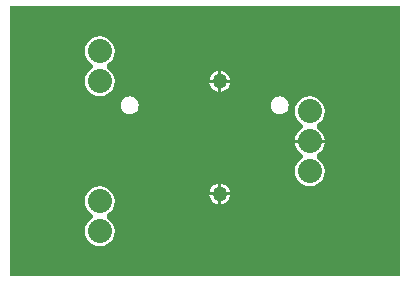
<source format=gbl>
G04*
G04 #@! TF.GenerationSoftware,Altium Limited,Altium Designer,24.9.1 (31)*
G04*
G04 Layer_Physical_Order=2*
G04 Layer_Color=16711680*
%FSLAX44Y44*%
%MOMM*%
G71*
G04*
G04 #@! TF.SameCoordinates,5B22F005-A4A7-469E-9016-A4F700693913*
G04*
G04*
G04 #@! TF.FilePolarity,Positive*
G04*
G01*
G75*
%ADD18C,2.0320*%
%ADD19C,1.2700*%
G36*
X330200D02*
X0D01*
Y228600D01*
X330200D01*
Y0D01*
D02*
G37*
%LPC*%
G36*
X179070Y173899D02*
Y166370D01*
X186600D01*
X186461Y167421D01*
X185565Y169583D01*
X184140Y171440D01*
X182283Y172865D01*
X180121Y173761D01*
X179070Y173899D01*
D02*
G37*
G36*
X176530D02*
X175479Y173761D01*
X173317Y172865D01*
X171460Y171440D01*
X170035Y169583D01*
X169139Y167421D01*
X169000Y166370D01*
X176530D01*
Y173899D01*
D02*
G37*
G36*
X186600Y163830D02*
X179070D01*
Y156300D01*
X180121Y156439D01*
X182283Y157335D01*
X184140Y158760D01*
X185565Y160617D01*
X186461Y162779D01*
X186600Y163830D01*
D02*
G37*
G36*
X176530D02*
X169000D01*
X169139Y162779D01*
X170035Y160617D01*
X171460Y158760D01*
X173317Y157335D01*
X175479Y156439D01*
X176530Y156300D01*
Y163830D01*
D02*
G37*
G36*
X76200Y203310D02*
X72885Y202873D01*
X69795Y201593D01*
X67142Y199558D01*
X65107Y196905D01*
X63827Y193815D01*
X63390Y190500D01*
X63827Y187185D01*
X65107Y184095D01*
X67142Y181442D01*
X69795Y179407D01*
X70355Y179175D01*
Y176425D01*
X69795Y176193D01*
X67142Y174158D01*
X65107Y171505D01*
X63827Y168415D01*
X63390Y165100D01*
X63827Y161785D01*
X65107Y158695D01*
X67142Y156042D01*
X69795Y154007D01*
X72885Y152727D01*
X76200Y152290D01*
X79515Y152727D01*
X82605Y154007D01*
X85258Y156042D01*
X87293Y158695D01*
X88573Y161785D01*
X89010Y165100D01*
X88573Y168415D01*
X87293Y171505D01*
X85258Y174158D01*
X82605Y176193D01*
X82045Y176425D01*
Y179175D01*
X82605Y179407D01*
X85258Y181442D01*
X87293Y184095D01*
X88573Y187185D01*
X89010Y190500D01*
X88573Y193815D01*
X87293Y196905D01*
X85258Y199558D01*
X82605Y201593D01*
X79515Y202873D01*
X76200Y203310D01*
D02*
G37*
G36*
X228600Y152385D02*
X226632Y152126D01*
X224797Y151366D01*
X223222Y150158D01*
X222014Y148582D01*
X221254Y146748D01*
X220995Y144780D01*
X221254Y142812D01*
X222014Y140977D01*
X223222Y139402D01*
X224797Y138194D01*
X226632Y137434D01*
X228600Y137175D01*
X230568Y137434D01*
X232402Y138194D01*
X233978Y139402D01*
X235186Y140977D01*
X235946Y142812D01*
X236205Y144780D01*
X235946Y146748D01*
X235186Y148582D01*
X233978Y150158D01*
X232402Y151366D01*
X230568Y152126D01*
X228600Y152385D01*
D02*
G37*
G36*
X101600D02*
X99632Y152126D01*
X97797Y151366D01*
X96222Y150158D01*
X95014Y148582D01*
X94254Y146748D01*
X93995Y144780D01*
X94254Y142812D01*
X95014Y140977D01*
X96222Y139402D01*
X97797Y138194D01*
X99632Y137434D01*
X101600Y137175D01*
X103568Y137434D01*
X105402Y138194D01*
X106978Y139402D01*
X108186Y140977D01*
X108946Y142812D01*
X109205Y144780D01*
X108946Y146748D01*
X108186Y148582D01*
X106978Y150158D01*
X105402Y151366D01*
X103568Y152126D01*
X101600Y152385D01*
D02*
G37*
G36*
X254000Y152510D02*
X250685Y152073D01*
X247595Y150793D01*
X244942Y148758D01*
X242907Y146105D01*
X241627Y143015D01*
X241190Y139700D01*
X241627Y136385D01*
X242907Y133295D01*
X244942Y130642D01*
X247595Y128607D01*
X248155Y128375D01*
Y125625D01*
X247595Y125393D01*
X244942Y123358D01*
X242907Y120705D01*
X241627Y117615D01*
X241358Y115570D01*
X266642D01*
X266373Y117615D01*
X265093Y120705D01*
X263058Y123358D01*
X260405Y125393D01*
X259845Y125625D01*
Y128375D01*
X260405Y128607D01*
X263058Y130642D01*
X265093Y133295D01*
X266373Y136385D01*
X266810Y139700D01*
X266373Y143015D01*
X265093Y146105D01*
X263058Y148758D01*
X260405Y150793D01*
X257315Y152073D01*
X254000Y152510D01*
D02*
G37*
G36*
X266642Y113030D02*
X241358D01*
X241627Y110985D01*
X242907Y107895D01*
X244942Y105242D01*
X247595Y103207D01*
X248155Y102975D01*
Y100225D01*
X247595Y99993D01*
X244942Y97958D01*
X242907Y95305D01*
X241627Y92215D01*
X241190Y88900D01*
X241627Y85585D01*
X242907Y82495D01*
X244942Y79842D01*
X247595Y77807D01*
X250685Y76527D01*
X254000Y76090D01*
X257315Y76527D01*
X260405Y77807D01*
X263058Y79842D01*
X265093Y82495D01*
X266373Y85585D01*
X266810Y88900D01*
X266373Y92215D01*
X265093Y95305D01*
X263058Y97958D01*
X260405Y99993D01*
X259845Y100225D01*
Y102975D01*
X260405Y103207D01*
X263058Y105242D01*
X265093Y107895D01*
X266373Y110985D01*
X266642Y113030D01*
D02*
G37*
G36*
X179070Y78650D02*
Y71120D01*
X186600D01*
X186461Y72171D01*
X185565Y74333D01*
X184140Y76190D01*
X182283Y77615D01*
X180121Y78511D01*
X179070Y78650D01*
D02*
G37*
G36*
X176530D02*
X175479Y78511D01*
X173317Y77615D01*
X171460Y76190D01*
X170035Y74333D01*
X169139Y72171D01*
X169000Y71120D01*
X176530D01*
Y78650D01*
D02*
G37*
G36*
X186600Y68580D02*
X179070D01*
Y61051D01*
X180121Y61189D01*
X182283Y62085D01*
X184140Y63510D01*
X185565Y65367D01*
X186461Y67529D01*
X186600Y68580D01*
D02*
G37*
G36*
X176530D02*
X169000D01*
X169139Y67529D01*
X170035Y65367D01*
X171460Y63510D01*
X173317Y62085D01*
X175479Y61189D01*
X176530Y61051D01*
Y68580D01*
D02*
G37*
G36*
X76200Y76310D02*
X72885Y75873D01*
X69795Y74593D01*
X67142Y72558D01*
X65107Y69905D01*
X63827Y66815D01*
X63390Y63500D01*
X63827Y60185D01*
X65107Y57095D01*
X67142Y54442D01*
X69795Y52407D01*
X70355Y52175D01*
Y49425D01*
X69795Y49193D01*
X67142Y47158D01*
X65107Y44505D01*
X63827Y41415D01*
X63390Y38100D01*
X63827Y34785D01*
X65107Y31695D01*
X67142Y29042D01*
X69795Y27007D01*
X72885Y25727D01*
X76200Y25290D01*
X79515Y25727D01*
X82605Y27007D01*
X85258Y29042D01*
X87293Y31695D01*
X88573Y34785D01*
X89010Y38100D01*
X88573Y41415D01*
X87293Y44505D01*
X85258Y47158D01*
X82605Y49193D01*
X82045Y49425D01*
Y52175D01*
X82605Y52407D01*
X85258Y54442D01*
X87293Y57095D01*
X88573Y60185D01*
X89010Y63500D01*
X88573Y66815D01*
X87293Y69905D01*
X85258Y72558D01*
X82605Y74593D01*
X79515Y75873D01*
X76200Y76310D01*
D02*
G37*
%LPD*%
D18*
Y190500D02*
D03*
X254000Y139700D02*
D03*
X76200Y165100D02*
D03*
X254000Y114300D02*
D03*
X76200Y63500D02*
D03*
X254000Y88900D02*
D03*
X76200Y38100D02*
D03*
D19*
X177800Y69850D02*
D03*
Y165100D02*
D03*
M02*

</source>
